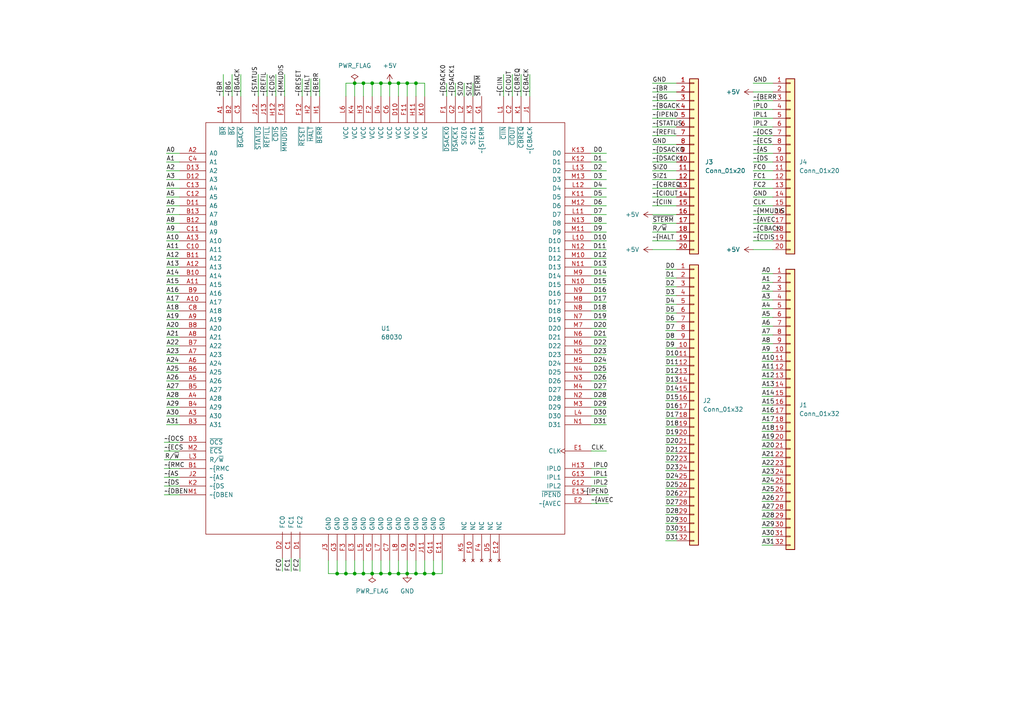
<source format=kicad_sch>
(kicad_sch (version 20230121) (generator eeschema)
  (paper "A4")
  (title_block (title "68030 Breadboard Adaptor") (date "2022-08-18") (rev "v1.0.0"))
  (lib_symbols
    (symbol "68030:68030" (pin_names (offset 1.016))
      (property "Reference" "U" (at 0 -2.54 0))
      (property "Value" "68030" (at 0 2.54 0))
      (symbol "68030_1_0"
        (rectangle (start -52.07 64.77) (end 52.07 -54.61))
      )
      (symbol "68030_1_1"
        (pin input line (at -46.99 72.39 270) (length 7.62) (name "~{BR}") (number "A1"))
        (pin output line (at -59.69 12.7 0) (length 7.62) (name "A17") (number "A10"))
        (pin output line (at -59.69 17.78 0) (length 7.62) (name "A15") (number "A11"))
        (pin output line (at -59.69 22.86 0) (length 7.62) (name "A13") (number "A12"))
        (pin output line (at -59.69 30.48 0) (length 7.62) (name "A10") (number "A13"))
        (pin output line (at -59.69 55.88 0) (length 7.62) (name "A0") (number "A2"))
        (pin output line (at -59.69 -20.32 0) (length 7.62) (name "A30") (number "A3"))
        (pin output line (at -59.69 -15.24 0) (length 7.62) (name "A28") (number "A4"))
        (pin output line (at -59.69 -10.16 0) (length 7.62) (name "A26") (number "A5"))
        (pin output line (at -59.69 -5.08 0) (length 7.62) (name "A24") (number "A6"))
        (pin output line (at -59.69 -2.54 0) (length 7.62) (name "A23") (number "A7"))
        (pin output line (at -59.69 2.54 0) (length 7.62) (name "A21") (number "A8"))
        (pin output line (at -59.69 7.62 0) (length 7.62) (name "A19") (number "A9"))
        (pin output line (at -59.69 -35.56 0) (length 7.62) (name "~{RMC") (number "B1"))
        (pin output line (at -59.69 20.32 0) (length 7.62) (name "A14") (number "B10"))
        (pin output line (at -59.69 25.4 0) (length 7.62) (name "A12") (number "B11"))
        (pin output line (at -59.69 35.56 0) (length 7.62) (name "A8") (number "B12"))
        (pin output line (at -59.69 38.1 0) (length 7.62) (name "A7") (number "B13"))
        (pin output line (at -44.45 72.39 270) (length 7.62) (name "~{BG}") (number "B2"))
        (pin output line (at -59.69 -22.86 0) (length 7.62) (name "A31") (number "B3"))
        (pin output line (at -59.69 -17.78 0) (length 7.62) (name "A29") (number "B4"))
        (pin output line (at -59.69 -12.7 0) (length 7.62) (name "A27") (number "B5"))
        (pin output line (at -59.69 -7.62 0) (length 7.62) (name "A25") (number "B6"))
        (pin output line (at -59.69 0 0) (length 7.62) (name "A22") (number "B7"))
        (pin output line (at -59.69 5.08 0) (length 7.62) (name "A20") (number "B8"))
        (pin output line (at -59.69 15.24 0) (length 7.62) (name "A16") (number "B9"))
        (pin output line (at -27.305 -61.595 90) (length 7.62) (name "FC1") (number "C1"))
        (pin output line (at -59.69 27.94 0) (length 7.62) (name "A11") (number "C10"))
        (pin output line (at -59.69 33.02 0) (length 7.62) (name "A9") (number "C11"))
        (pin output line (at -59.69 43.18 0) (length 7.62) (name "A5") (number "C12"))
        (pin output line (at -59.69 45.72 0) (length 7.62) (name "A4") (number "C13"))
        (pin input line (at 36.83 72.39 270) (length 7.62) (name "~{CIOUT}") (number "C2"))
        (pin input line (at -41.91 72.39 270) (length 7.62) (name "~{BGACK}") (number "C3"))
        (pin output line (at -59.69 53.34 0) (length 7.62) (name "A1") (number "C4"))
        (pin power_in line (at -3.81 -62.23 90) (length 7.62) (name "GND") (number "C5"))
        (pin power_in line (at 1.27 72.39 270) (length 7.62) (name "VCC") (number "C6"))
        (pin power_in line (at 1.27 -62.23 90) (length 7.62) (name "GND") (number "C7"))
        (pin output line (at -59.69 10.16 0) (length 7.62) (name "A18") (number "C8"))
        (pin power_in line (at 8.89 -62.23 90) (length 7.62) (name "GND") (number "C9"))
        (pin output line (at -24.765 -61.595 90) (length 7.62) (name "FC2") (number "D1"))
        (pin power_in line (at 3.81 72.39 270) (length 7.62) (name "VCC") (number "D10"))
        (pin output line (at -59.69 40.64 0) (length 7.62) (name "A6") (number "D11"))
        (pin output line (at -59.69 48.26 0) (length 7.62) (name "A3") (number "D12"))
        (pin output line (at -59.69 50.8 0) (length 7.62) (name "A2") (number "D13"))
        (pin output line (at -29.845 -61.595 90) (length 7.62) (name "FC0") (number "D2"))
        (pin output line (at -59.69 -27.94 0) (length 7.62) (name "~{OCS}") (number "D3"))
        (pin power_in line (at -1.27 72.39 270) (length 7.62) (name "VCC") (number "D4"))
        (pin no_connect line (at 30.48 -62.23 90) (length 7.62) (name "NC") (number "D5"))
        (pin input clock (at 59.69 -30.48 180) (length 7.62) (name "CLK") (number "E1"))
        (pin power_in line (at 16.51 -62.23 90) (length 7.62) (name "GND") (number "E11"))
        (pin no_connect line (at 33.02 -62.23 90) (length 7.62) (name "NC") (number "E12"))
        (pin output line (at 59.69 -43.18 180) (length 7.62) (name "~{IPEND}") (number "E13"))
        (pin input line (at 59.69 -45.72 180) (length 7.62) (name "~{AVEC") (number "E2"))
        (pin power_in line (at -8.89 -62.23 90) (length 7.62) (name "GND") (number "E3"))
        (pin bidirectional line (at 17.78 72.39 270) (length 7.62) (name "~{DSACK0}") (number "F1"))
        (pin no_connect line (at 25.4 -62.23 90) (length 7.62) (name "NC") (number "F10"))
        (pin power_in line (at 6.35 72.39 270) (length 7.62) (name "VCC") (number "F11"))
        (pin input line (at -24.13 72.39 270) (length 7.62) (name "~{RESET}") (number "F12"))
        (pin input line (at -29.21 72.39 270) (length 7.62) (name "~{MMUDIS}") (number "F13"))
        (pin power_in line (at -3.81 72.39 270) (length 7.62) (name "VCC") (number "F2"))
        (pin power_in line (at -11.43 -62.23 90) (length 7.62) (name "GND") (number "F3"))
        (pin no_connect line (at 27.94 -62.23 90) (length 7.62) (name "NC") (number "F4"))
        (pin input line (at 27.94 72.39 270) (length 7.62) (name "~{STERM") (number "G1"))
        (pin power_in line (at 13.97 -62.23 90) (length 7.62) (name "GND") (number "G11"))
        (pin bidirectional line (at 59.69 -40.64 180) (length 7.62) (name "IPL2") (number "G12"))
        (pin bidirectional line (at 59.69 -38.1 180) (length 7.62) (name "IPL1") (number "G13"))
        (pin bidirectional line (at 20.32 72.39 270) (length 7.62) (name "~{DSACK1}") (number "G2"))
        (pin power_in line (at -13.97 -62.23 90) (length 7.62) (name "GND") (number "G3"))
        (pin input line (at -19.05 72.39 270) (length 7.62) (name "~{BERR}") (number "H1"))
        (pin power_in line (at 8.89 72.39 270) (length 7.62) (name "VCC") (number "H11"))
        (pin input line (at -31.75 72.39 270) (length 7.62) (name "~{CDIS}") (number "H12"))
        (pin input line (at 59.69 -35.56 180) (length 7.62) (name "IPL0") (number "H13"))
        (pin bidirectional line (at -21.59 72.39 270) (length 7.62) (name "~{HALT}") (number "H2"))
        (pin power_in line (at -6.35 72.39 270) (length 7.62) (name "VCC") (number "H3"))
        (pin input line (at 41.91 72.39 270) (length 7.62) (name "~{CBACK") (number "J1"))
        (pin power_in line (at 11.43 -62.23 90) (length 7.62) (name "GND") (number "J11"))
        (pin output line (at -36.83 72.39 270) (length 7.62) (name "~{STATUS}") (number "J12"))
        (pin output line (at -34.29 72.39 270) (length 7.62) (name "~{REFILL}") (number "J13"))
        (pin output line (at -59.69 -38.1 0) (length 7.62) (name "~{AS") (number "J2"))
        (pin power_in line (at -16.51 -62.23 90) (length 7.62) (name "GND") (number "J3"))
        (pin output line (at 39.37 72.39 270) (length 7.62) (name "~{CBREQ}") (number "K1"))
        (pin power_in line (at 11.43 72.39 270) (length 7.62) (name "VCC") (number "K10"))
        (pin bidirectional line (at 59.69 43.18 180) (length 7.62) (name "D5") (number "K11"))
        (pin bidirectional line (at 59.69 53.34 180) (length 7.62) (name "D1") (number "K12"))
        (pin bidirectional line (at 59.69 55.88 180) (length 7.62) (name "D0") (number "K13"))
        (pin output line (at -59.69 -40.64 0) (length 7.62) (name "~{DS") (number "K2"))
        (pin output line (at 25.4 72.39 270) (length 7.62) (name "SIZE1") (number "K3"))
        (pin power_in line (at -8.89 72.39 270) (length 7.62) (name "VCC") (number "K4"))
        (pin no_connect line (at 22.86 -62.23 90) (length 7.62) (name "NC") (number "K5"))
        (pin input line (at 34.29 72.39 270) (length 7.62) (name "~{CIIN}") (number "L1"))
        (pin bidirectional line (at 59.69 30.48 180) (length 7.62) (name "D10") (number "L10"))
        (pin bidirectional line (at 59.69 38.1 180) (length 7.62) (name "D7") (number "L11"))
        (pin bidirectional line (at 59.69 45.72 180) (length 7.62) (name "D4") (number "L12"))
        (pin bidirectional line (at 59.69 50.8 180) (length 7.62) (name "D2") (number "L13"))
        (pin output line (at 22.86 72.39 270) (length 7.62) (name "SIZE0") (number "L2"))
        (pin output line (at -59.69 -33.02 0) (length 7.62) (name "R/~{W}") (number "L3"))
        (pin bidirectional line (at 59.69 -20.32 180) (length 7.62) (name "D30") (number "L4"))
        (pin power_in line (at -6.35 -62.23 90) (length 7.62) (name "GND") (number "L5"))
        (pin power_in line (at -11.43 72.39 270) (length 7.62) (name "VCC") (number "L6"))
        (pin power_in line (at -1.27 -62.23 90) (length 7.62) (name "GND") (number "L7"))
        (pin power_in line (at 3.81 -62.23 90) (length 7.62) (name "GND") (number "L8"))
        (pin power_in line (at 6.35 -62.23 90) (length 7.62) (name "GND") (number "L9"))
        (pin output line (at -59.69 -43.18 0) (length 7.62) (name "~{DBEN") (number "M1"))
        (pin bidirectional line (at 59.69 25.4 180) (length 7.62) (name "D12") (number "M10"))
        (pin bidirectional line (at 59.69 33.02 180) (length 7.62) (name "D9") (number "M11"))
        (pin bidirectional line (at 59.69 40.64 180) (length 7.62) (name "D6") (number "M12"))
        (pin bidirectional line (at 59.69 48.26 180) (length 7.62) (name "D3") (number "M13"))
        (pin output line (at -59.69 -30.48 0) (length 7.62) (name "~{ECS}") (number "M2"))
        (pin bidirectional line (at 59.69 -17.78 180) (length 7.62) (name "D29") (number "M3"))
        (pin bidirectional line (at 59.69 -12.7 180) (length 7.62) (name "D27") (number "M4"))
        (pin bidirectional line (at 59.69 -5.08 180) (length 7.62) (name "D24") (number "M5"))
        (pin bidirectional line (at 59.69 0 180) (length 7.62) (name "D22") (number "M6"))
        (pin bidirectional line (at 59.69 5.08 180) (length 7.62) (name "D20") (number "M7"))
        (pin bidirectional line (at 59.69 12.7 180) (length 7.62) (name "D17") (number "M8"))
        (pin bidirectional line (at 59.69 20.32 180) (length 7.62) (name "D14") (number "M9"))
        (pin bidirectional line (at 59.69 -22.86 180) (length 7.62) (name "D31") (number "N1"))
        (pin bidirectional line (at 59.69 17.78 180) (length 7.62) (name "D15") (number "N10"))
        (pin bidirectional line (at 59.69 22.86 180) (length 7.62) (name "D13") (number "N11"))
        (pin bidirectional line (at 59.69 27.94 180) (length 7.62) (name "D11") (number "N12"))
        (pin bidirectional line (at 59.69 35.56 180) (length 7.62) (name "D8") (number "N13"))
        (pin bidirectional line (at 59.69 -15.24 180) (length 7.62) (name "D28") (number "N2"))
        (pin bidirectional line (at 59.69 -10.16 180) (length 7.62) (name "D26") (number "N3"))
        (pin bidirectional line (at 59.69 -7.62 180) (length 7.62) (name "D25") (number "N4"))
        (pin bidirectional line (at 59.69 -2.54 180) (length 7.62) (name "D23") (number "N5"))
        (pin bidirectional line (at 59.69 2.54 180) (length 7.62) (name "D21") (number "N6"))
        (pin bidirectional line (at 59.69 7.62 180) (length 7.62) (name "D19") (number "N7"))
        (pin bidirectional line (at 59.69 10.16 180) (length 7.62) (name "D18") (number "N8"))
        (pin bidirectional line (at 59.69 15.24 180) (length 7.62) (name "D16") (number "N9"))
      )
    )
    (symbol "Connector_Generic:Conn_01x20" (pin_names (offset 1.016) hide)
      (property "Reference" "J" (at 0 25.4 0))
      (property "Value" "Conn_01x20" (at 0 -27.94 0))
      (symbol "Conn_01x20_1_1"
        (rectangle (start -1.27 -25.273) (end 0 -25.527) (stroke (width 0.1524)))
        (rectangle (start -1.27 -22.733) (end 0 -22.987) (stroke (width 0.1524)))
        (rectangle (start -1.27 -20.193) (end 0 -20.447) (stroke (width 0.1524)))
        (rectangle (start -1.27 -17.653) (end 0 -17.907) (stroke (width 0.1524)))
        (rectangle (start -1.27 -15.113) (end 0 -15.367) (stroke (width 0.1524)))
        (rectangle (start -1.27 -12.573) (end 0 -12.827) (stroke (width 0.1524)))
        (rectangle (start -1.27 -10.033) (end 0 -10.287) (stroke (width 0.1524)))
        (rectangle (start -1.27 -7.493) (end 0 -7.747) (stroke (width 0.1524)))
        (rectangle (start -1.27 -4.953) (end 0 -5.207) (stroke (width 0.1524)))
        (rectangle (start -1.27 -2.413) (end 0 -2.667) (stroke (width 0.1524)))
        (rectangle (start -1.27 0.127) (end 0 -0.127) (stroke (width 0.1524)))
        (rectangle (start -1.27 2.667) (end 0 2.413) (stroke (width 0.1524)))
        (rectangle (start -1.27 5.207) (end 0 4.953) (stroke (width 0.1524)))
        (rectangle (start -1.27 7.747) (end 0 7.493) (stroke (width 0.1524)))
        (rectangle (start -1.27 10.287) (end 0 10.033) (stroke (width 0.1524)))
        (rectangle (start -1.27 12.827) (end 0 12.573) (stroke (width 0.1524)))
        (rectangle (start -1.27 15.367) (end 0 15.113) (stroke (width 0.1524)))
        (rectangle (start -1.27 17.907) (end 0 17.653) (stroke (width 0.1524)))
        (rectangle (start -1.27 20.447) (end 0 20.193) (stroke (width 0.1524)))
        (rectangle (start -1.27 22.987) (end 0 22.733) (stroke (width 0.1524)))
        (rectangle (start -1.27 24.13) (end 1.27 -26.67) (stroke (width 0.254)) (fill (type background)))
        (pin passive line (at -5.08 22.86 0) (length 3.81) (name "Pin_1") (number "1"))
        (pin passive line (at -5.08 0 0) (length 3.81) (name "Pin_10") (number "10"))
        (pin passive line (at -5.08 -2.54 0) (length 3.81) (name "Pin_11") (number "11"))
        (pin passive line (at -5.08 -5.08 0) (length 3.81) (name "Pin_12") (number "12"))
        (pin passive line (at -5.08 -7.62 0) (length 3.81) (name "Pin_13") (number "13"))
        (pin passive line (at -5.08 -10.16 0) (length 3.81) (name "Pin_14") (number "14"))
        (pin passive line (at -5.08 -12.7 0) (length 3.81) (name "Pin_15") (number "15"))
        (pin passive line (at -5.08 -15.24 0) (length 3.81) (name "Pin_16") (number "16"))
        (pin passive line (at -5.08 -17.78 0) (length 3.81) (name "Pin_17") (number "17"))
        (pin passive line (at -5.08 -20.32 0) (length 3.81) (name "Pin_18") (number "18"))
        (pin passive line (at -5.08 -22.86 0) (length 3.81) (name "Pin_19") (number "19"))
        (pin passive line (at -5.08 20.32 0) (length 3.81) (name "Pin_2") (number "2"))
        (pin passive line (at -5.08 -25.4 0) (length 3.81) (name "Pin_20") (number "20"))
        (pin passive line (at -5.08 17.78 0) (length 3.81) (name "Pin_3") (number "3"))
        (pin passive line (at -5.08 15.24 0) (length 3.81) (name "Pin_4") (number "4"))
        (pin passive line (at -5.08 12.7 0) (length 3.81) (name "Pin_5") (number "5"))
        (pin passive line (at -5.08 10.16 0) (length 3.81) (name "Pin_6") (number "6"))
        (pin passive line (at -5.08 7.62 0) (length 3.81) (name "Pin_7") (number "7"))
        (pin passive line (at -5.08 5.08 0) (length 3.81) (name "Pin_8") (number "8"))
        (pin passive line (at -5.08 2.54 0) (length 3.81) (name "Pin_9") (number "9"))
      )
    )
    (symbol "Connector_Generic:Conn_01x32" (pin_names (offset 1.016) hide)
      (property "Reference" "J" (at 0 40.64 0))
      (property "Value" "Conn_01x32" (at 0 -43.18 0))
      (symbol "Conn_01x32_1_1"
        (rectangle (start -1.27 -40.513) (end 0 -40.767) (stroke (width 0.1524)))
        (rectangle (start -1.27 -37.973) (end 0 -38.227) (stroke (width 0.1524)))
        (rectangle (start -1.27 -35.433) (end 0 -35.687) (stroke (width 0.1524)))
        (rectangle (start -1.27 -32.893) (end 0 -33.147) (stroke (width 0.1524)))
        (rectangle (start -1.27 -30.353) (end 0 -30.607) (stroke (width 0.1524)))
        (rectangle (start -1.27 -27.813) (end 0 -28.067) (stroke (width 0.1524)))
        (rectangle (start -1.27 -25.273) (end 0 -25.527) (stroke (width 0.1524)))
        (rectangle (start -1.27 -22.733) (end 0 -22.987) (stroke (width 0.1524)))
        (rectangle (start -1.27 -20.193) (end 0 -20.447) (stroke (width 0.1524)))
        (rectangle (start -1.27 -17.653) (end 0 -17.907) (stroke (width 0.1524)))
        (rectangle (start -1.27 -15.113) (end 0 -15.367) (stroke (width 0.1524)))
        (rectangle (start -1.27 -12.573) (end 0 -12.827) (stroke (width 0.1524)))
        (rectangle (start -1.27 -10.033) (end 0 -10.287) (stroke (width 0.1524)))
        (rectangle (start -1.27 -7.493) (end 0 -7.747) (stroke (width 0.1524)))
        (rectangle (start -1.27 -4.953) (end 0 -5.207) (stroke (width 0.1524)))
        (rectangle (start -1.27 -2.413) (end 0 -2.667) (stroke (width 0.1524)))
        (rectangle (start -1.27 0.127) (end 0 -0.127) (stroke (width 0.1524)))
        (rectangle (start -1.27 2.667) (end 0 2.413) (stroke (width 0.1524)))
        (rectangle (start -1.27 5.207) (end 0 4.953) (stroke (width 0.1524)))
        (rectangle (start -1.27 7.747) (end 0 7.493) (stroke (width 0.1524)))
        (rectangle (start -1.27 10.287) (end 0 10.033) (stroke (width 0.1524)))
        (rectangle (start -1.27 12.827) (end 0 12.573) (stroke (width 0.1524)))
        (rectangle (start -1.27 15.367) (end 0 15.113) (stroke (width 0.1524)))
        (rectangle (start -1.27 17.907) (end 0 17.653) (stroke (width 0.1524)))
        (rectangle (start -1.27 20.447) (end 0 20.193) (stroke (width 0.1524)))
        (rectangle (start -1.27 22.987) (end 0 22.733) (stroke (width 0.1524)))
        (rectangle (start -1.27 25.527) (end 0 25.273) (stroke (width 0.1524)))
        (rectangle (start -1.27 28.067) (end 0 27.813) (stroke (width 0.1524)))
        (rectangle (start -1.27 30.607) (end 0 30.353) (stroke (width 0.1524)))
        (rectangle (start -1.27 33.147) (end 0 32.893) (stroke (width 0.1524)))
        (rectangle (start -1.27 35.687) (end 0 35.433) (stroke (width 0.1524)))
        (rectangle (start -1.27 38.227) (end 0 37.973) (stroke (width 0.1524)))
        (rectangle (start -1.27 39.37) (end 1.27 -41.91) (stroke (width 0.254)) (fill (type background)))
        (pin passive line (at -5.08 38.1 0) (length 3.81) (name "Pin_1") (number "1"))
        (pin passive line (at -5.08 15.24 0) (length 3.81) (name "Pin_10") (number "10"))
        (pin passive line (at -5.08 12.7 0) (length 3.81) (name "Pin_11") (number "11"))
        (pin passive line (at -5.08 10.16 0) (length 3.81) (name "Pin_12") (number "12"))
        (pin passive line (at -5.08 7.62 0) (length 3.81) (name "Pin_13") (number "13"))
        (pin passive line (at -5.08 5.08 0) (length 3.81) (name "Pin_14") (number "14"))
        (pin passive line (at -5.08 2.54 0) (length 3.81) (name "Pin_15") (number "15"))
        (pin passive line (at -5.08 0 0) (length 3.81) (name "Pin_16") (number "16"))
        (pin passive line (at -5.08 -2.54 0) (length 3.81) (name "Pin_17") (number "17"))
        (pin passive line (at -5.08 -5.08 0) (length 3.81) (name "Pin_18") (number "18"))
        (pin passive line (at -5.08 -7.62 0) (length 3.81) (name "Pin_19") (number "19"))
        (pin passive line (at -5.08 35.56 0) (length 3.81) (name "Pin_2") (number "2"))
        (pin passive line (at -5.08 -10.16 0) (length 3.81) (name "Pin_20") (number "20"))
        (pin passive line (at -5.08 -12.7 0) (length 3.81) (name "Pin_21") (number "21"))
        (pin passive line (at -5.08 -15.24 0) (length 3.81) (name "Pin_22") (number "22"))
        (pin passive line (at -5.08 -17.78 0) (length 3.81) (name "Pin_23") (number "23"))
        (pin passive line (at -5.08 -20.32 0) (length 3.81) (name "Pin_24") (number "24"))
        (pin passive line (at -5.08 -22.86 0) (length 3.81) (name "Pin_25") (number "25"))
        (pin passive line (at -5.08 -25.4 0) (length 3.81) (name "Pin_26") (number "26"))
        (pin passive line (at -5.08 -27.94 0) (length 3.81) (name "Pin_27") (number "27"))
        (pin passive line (at -5.08 -30.48 0) (length 3.81) (name "Pin_28") (number "28"))
        (pin passive line (at -5.08 -33.02 0) (length 3.81) (name "Pin_29") (number "29"))
        (pin passive line (at -5.08 33.02 0) (length 3.81) (name "Pin_3") (number "3"))
        (pin passive line (at -5.08 -35.56 0) (length 3.81) (name "Pin_30") (number "30"))
        (pin passive line (at -5.08 -38.1 0) (length 3.81) (name "Pin_31") (number "31"))
        (pin passive line (at -5.08 -40.64 0) (length 3.81) (name "Pin_32") (number "32"))
        (pin passive line (at -5.08 30.48 0) (length 3.81) (name "Pin_4") (number "4"))
        (pin passive line (at -5.08 27.94 0) (length 3.81) (name "Pin_5") (number "5"))
        (pin passive line (at -5.08 25.4 0) (length 3.81) (name "Pin_6") (number "6"))
        (pin passive line (at -5.08 22.86 0) (length 3.81) (name "Pin_7") (number "7"))
        (pin passive line (at -5.08 20.32 0) (length 3.81) (name "Pin_8") (number "8"))
        (pin passive line (at -5.08 17.78 0) (length 3.81) (name "Pin_9") (number "9"))
      )
    )
    (symbol "power:+5V" (power) (pin_names (offset 0))
      (property "Value" "+5V" (at 0 3.556 0))
      (symbol "+5V_0_1"
        (polyline (pts (xy -0.762 1.27) (xy 0 2.54)))
        (polyline (pts (xy 0 0) (xy 0 2.54)))
        (polyline (pts (xy 0 2.54) (xy 0.762 1.27)))
      )
      (symbol "+5V_1_1"
        (pin power_in line (at 0 0 90) (length 0) hide (name "+5V") (number "1"))
      )
    )
    (symbol "power:GND" (power) (pin_names (offset 0))
      (property "Value" "GND" (at 0 -3.81 0))
      (symbol "GND_0_1"
        (polyline (pts (xy 0 0) (xy 0 -1.27) (xy 1.27 -1.27) (xy 0 -2.54) (xy -1.27 -1.27) (xy 0 -1.27)))
      )
      (symbol "GND_1_1"
        (pin power_in line (at 0 0 270) (length 0) hide (name "GND") (number "1"))
      )
    )
    (symbol "power:PWR_FLAG" (power) (pin_numbers hide) (pin_names (offset 0) hide)
      (property "Value" "PWR_FLAG" (at 0 3.81 0))
      (symbol "PWR_FLAG_0_0"
        (pin power_out line (at 0 0 90) (length 0) (name "pwr") (number "1"))
      )
      (symbol "PWR_FLAG_0_1"
        (polyline (pts (xy 0 0) (xy 0 1.27) (xy -1.016 1.905) (xy 0 2.54) (xy 1.016 1.905) (xy 0 1.27)))
      )
    )
  )
  (junction (at 100.33 166.37))
  (junction (at 105.41 166.37))
  (junction (at 102.87 24.13))
  (junction (at 97.79 166.37))
  (junction (at 102.87 166.37))
  (junction (at 115.57 166.37))
  (junction (at 115.57 24.13))
  (junction (at 113.03 166.37))
  (junction (at 110.49 166.37))
  (junction (at 110.49 24.13))
  (junction (at 107.95 24.13))
  (junction (at 118.11 166.37))
  (junction (at 123.19 166.37))
  (junction (at 125.73 166.37))
  (junction (at 120.65 166.37))
  (junction (at 113.03 24.13))
  (junction (at 118.11 24.13))
  (junction (at 120.65 24.13))
  (junction (at 107.95 166.37))
  (junction (at 105.41 24.13))
  (wire (pts (xy 193.04 106.045) (xy 196.215 106.045)))
  (wire (pts (xy 193.04 90.805) (xy 196.215 90.805)))
  (wire (pts (xy 134.62 24.13) (xy 134.62 27.94)))
  (wire (pts (xy 220.98 112.395) (xy 224.155 112.395)))
  (wire (pts (xy 218.44 62.23) (xy 224.155 62.23)))
  (wire (pts (xy 220.98 84.455) (xy 224.155 84.455)))
  (wire (pts (xy 118.11 166.37) (xy 120.65 166.37)))
  (wire (pts (xy 102.87 162.56) (xy 102.87 166.37)))
  (wire (pts (xy 171.45 110.49) (xy 175.895 110.49)))
  (wire (pts (xy 153.67 21.59) (xy 153.67 27.94)))
  (wire (pts (xy 52.07 82.55) (xy 48.26 82.55)))
  (wire (pts (xy 110.49 162.56) (xy 110.49 166.37)))
  (wire (pts (xy 220.98 137.795) (xy 224.155 137.795)))
  (wire (pts (xy 220.98 104.775) (xy 224.155 104.775)))
  (wire (pts (xy 218.44 41.91) (xy 224.155 41.91)))
  (wire (pts (xy 171.45 143.51) (xy 176.53 143.51)))
  (wire (pts (xy 171.45 123.19) (xy 175.895 123.19)))
  (wire (pts (xy 218.44 24.13) (xy 224.155 24.13)))
  (wire (pts (xy 193.04 80.645) (xy 196.215 80.645)))
  (wire (pts (xy 171.45 80.01) (xy 175.895 80.01)))
  (wire (pts (xy 47.625 128.27) (xy 52.07 128.27)))
  (wire (pts (xy 193.04 83.185) (xy 196.215 83.185)))
  (wire (pts (xy 220.98 147.955) (xy 224.155 147.955)))
  (wire (pts (xy 171.45 115.57) (xy 175.895 115.57)))
  (wire (pts (xy 220.98 125.095) (xy 224.155 125.095)))
  (wire (pts (xy 171.45 102.87) (xy 175.895 102.87)))
  (wire (pts (xy 220.98 81.915) (xy 224.155 81.915)))
  (wire (pts (xy 171.45 130.81) (xy 175.895 130.81)))
  (wire (pts (xy 193.04 121.285) (xy 196.215 121.285)))
  (wire (pts (xy 146.05 21.59) (xy 146.05 27.94)))
  (wire (pts (xy 52.07 90.17) (xy 48.26 90.17)))
  (wire (pts (xy 171.45 69.85) (xy 175.895 69.85)))
  (wire (pts (xy 52.07 92.71) (xy 48.26 92.71)))
  (wire (pts (xy 52.07 118.11) (xy 48.26 118.11)))
  (wire (pts (xy 171.45 54.61) (xy 175.895 54.61)))
  (wire (pts (xy 220.98 114.935) (xy 224.155 114.935)))
  (wire (pts (xy 220.98 94.615) (xy 224.155 94.615)))
  (wire (pts (xy 110.49 24.13) (xy 110.49 27.94)))
  (wire (pts (xy 189.23 72.39) (xy 196.215 72.39)))
  (wire (pts (xy 171.45 105.41) (xy 175.895 105.41)))
  (wire (pts (xy 220.98 142.875) (xy 224.155 142.875)))
  (wire (pts (xy 189.23 44.45) (xy 196.215 44.45)))
  (wire (pts (xy 171.45 62.23) (xy 175.895 62.23)))
  (wire (pts (xy 189.23 46.99) (xy 196.215 46.99)))
  (wire (pts (xy 47.625 140.97) (xy 52.07 140.97)))
  (wire (pts (xy 86.995 161.925) (xy 86.995 165.735)))
  (wire (pts (xy 193.04 118.745) (xy 196.215 118.745)))
  (wire (pts (xy 189.23 24.13) (xy 196.215 24.13)))
  (wire (pts (xy 220.98 86.995) (xy 224.155 86.995)))
  (wire (pts (xy 171.45 107.95) (xy 175.895 107.95)))
  (wire (pts (xy 95.25 166.37) (xy 97.79 166.37)))
  (wire (pts (xy 220.98 132.715) (xy 224.155 132.715)))
  (wire (pts (xy 193.04 103.505) (xy 196.215 103.505)))
  (wire (pts (xy 110.49 166.37) (xy 113.03 166.37)))
  (wire (pts (xy 64.77 21.59) (xy 64.77 27.94)))
  (wire (pts (xy 218.44 64.77) (xy 224.155 64.77)))
  (wire (pts (xy 171.45 146.05) (xy 176.53 146.05)))
  (wire (pts (xy 105.41 166.37) (xy 107.95 166.37)))
  (wire (pts (xy 189.23 36.83) (xy 196.215 36.83)))
  (wire (pts (xy 171.45 59.69) (xy 175.895 59.69)))
  (wire (pts (xy 171.45 113.03) (xy 175.895 113.03)))
  (wire (pts (xy 220.98 102.235) (xy 224.155 102.235)))
  (wire (pts (xy 120.65 166.37) (xy 123.19 166.37)))
  (wire (pts (xy 171.45 57.15) (xy 175.895 57.15)))
  (wire (pts (xy 82.55 21.59) (xy 82.55 27.94)))
  (wire (pts (xy 171.45 85.09) (xy 175.895 85.09)))
  (wire (pts (xy 105.41 24.13) (xy 105.41 27.94)))
  (wire (pts (xy 115.57 24.13) (xy 118.11 24.13)))
  (wire (pts (xy 171.45 74.93) (xy 175.895 74.93)))
  (wire (pts (xy 132.08 24.13) (xy 132.08 27.94)))
  (wire (pts (xy 107.95 166.37) (xy 110.49 166.37)))
  (wire (pts (xy 218.44 69.85) (xy 224.155 69.85)))
  (wire (pts (xy 193.04 88.265) (xy 196.215 88.265)))
  (wire (pts (xy 102.87 24.13) (xy 105.41 24.13)))
  (wire (pts (xy 218.44 31.75) (xy 224.155 31.75)))
  (wire (pts (xy 100.33 24.13) (xy 100.33 27.94)))
  (wire (pts (xy 107.95 24.13) (xy 110.49 24.13)))
  (wire (pts (xy 102.87 24.13) (xy 102.87 27.94)))
  (wire (pts (xy 171.45 118.11) (xy 175.895 118.11)))
  (wire (pts (xy 137.16 24.13) (xy 137.16 27.94)))
  (wire (pts (xy 171.45 49.53) (xy 175.895 49.53)))
  (wire (pts (xy 92.71 22.86) (xy 92.71 27.94)))
  (wire (pts (xy 97.79 162.56) (xy 97.79 166.37)))
  (wire (pts (xy 218.44 26.67) (xy 224.155 26.67)))
  (wire (pts (xy 69.85 21.59) (xy 69.85 27.94)))
  (wire (pts (xy 189.23 59.69) (xy 196.215 59.69)))
  (wire (pts (xy 171.45 67.31) (xy 175.895 67.31)))
  (wire (pts (xy 97.79 166.37) (xy 100.33 166.37)))
  (wire (pts (xy 100.33 162.56) (xy 100.33 166.37)))
  (wire (pts (xy 220.98 97.155) (xy 224.155 97.155)))
  (wire (pts (xy 220.98 92.075) (xy 224.155 92.075)))
  (wire (pts (xy 52.07 77.47) (xy 48.26 77.47)))
  (wire (pts (xy 193.04 95.885) (xy 196.215 95.885)))
  (wire (pts (xy 220.98 150.495) (xy 224.155 150.495)))
  (wire (pts (xy 52.07 74.93) (xy 48.26 74.93)))
  (wire (pts (xy 218.44 67.31) (xy 224.155 67.31)))
  (wire (pts (xy 171.45 44.45) (xy 175.895 44.45)))
  (wire (pts (xy 100.33 166.37) (xy 102.87 166.37)))
  (wire (pts (xy 113.03 24.13) (xy 113.03 27.94)))
  (wire (pts (xy 193.04 123.825) (xy 196.215 123.825)))
  (wire (pts (xy 120.65 24.13) (xy 123.19 24.13)))
  (wire (pts (xy 107.95 24.13) (xy 107.95 27.94)))
  (wire (pts (xy 193.04 93.345) (xy 196.215 93.345)))
  (wire (pts (xy 220.98 79.375) (xy 224.155 79.375)))
  (wire (pts (xy 171.45 52.07) (xy 175.895 52.07)))
  (wire (pts (xy 52.07 59.69) (xy 48.26 59.69)))
  (wire (pts (xy 47.625 130.81) (xy 52.07 130.81)))
  (wire (pts (xy 220.98 140.335) (xy 224.155 140.335)))
  (wire (pts (xy 171.45 92.71) (xy 175.895 92.71)))
  (wire (pts (xy 47.625 138.43) (xy 52.07 138.43)))
  (wire (pts (xy 90.17 22.86) (xy 90.17 27.94)))
  (wire (pts (xy 107.95 162.56) (xy 107.95 166.37)))
  (wire (pts (xy 110.49 24.13) (xy 113.03 24.13)))
  (wire (pts (xy 220.98 153.035) (xy 224.155 153.035)))
  (wire (pts (xy 123.19 166.37) (xy 125.73 166.37)))
  (wire (pts (xy 189.23 62.23) (xy 196.215 62.23)))
  (wire (pts (xy 193.04 141.605) (xy 196.215 141.605)))
  (wire (pts (xy 52.07 120.65) (xy 48.26 120.65)))
  (wire (pts (xy 102.87 166.37) (xy 105.41 166.37)))
  (wire (pts (xy 218.44 49.53) (xy 224.155 49.53)))
  (wire (pts (xy 193.04 116.205) (xy 196.215 116.205)))
  (wire (pts (xy 105.41 162.56) (xy 105.41 166.37)))
  (wire (pts (xy 189.23 64.77) (xy 196.215 64.77)))
  (wire (pts (xy 128.27 162.56) (xy 128.27 166.37)))
  (wire (pts (xy 47.625 135.89) (xy 52.07 135.89)))
  (wire (pts (xy 218.44 54.61) (xy 224.155 54.61)))
  (wire (pts (xy 218.44 46.99) (xy 224.155 46.99)))
  (wire (pts (xy 52.07 100.33) (xy 48.26 100.33)))
  (wire (pts (xy 52.07 54.61) (xy 48.26 54.61)))
  (wire (pts (xy 74.93 21.59) (xy 74.93 27.94)))
  (wire (pts (xy 193.04 136.525) (xy 196.215 136.525)))
  (wire (pts (xy 218.44 52.07) (xy 224.155 52.07)))
  (wire (pts (xy 123.19 24.13) (xy 123.19 27.94)))
  (wire (pts (xy 115.57 166.37) (xy 118.11 166.37)))
  (wire (pts (xy 148.59 21.59) (xy 148.59 27.94)))
  (wire (pts (xy 52.07 113.03) (xy 48.26 113.03)))
  (wire (pts (xy 218.44 29.21) (xy 224.155 29.21)))
  (wire (pts (xy 189.23 31.75) (xy 196.215 31.75)))
  (wire (pts (xy 189.23 34.29) (xy 196.215 34.29)))
  (wire (pts (xy 220.98 89.535) (xy 224.155 89.535)))
  (wire (pts (xy 189.23 26.67) (xy 196.215 26.67)))
  (wire (pts (xy 218.44 39.37) (xy 224.155 39.37)))
  (wire (pts (xy 218.44 34.29) (xy 224.155 34.29)))
  (wire (pts (xy 220.98 158.115) (xy 224.155 158.115)))
  (wire (pts (xy 220.98 155.575) (xy 224.155 155.575)))
  (wire (pts (xy 193.04 149.225) (xy 196.215 149.225)))
  (wire (pts (xy 189.23 29.21) (xy 196.215 29.21)))
  (wire (pts (xy 193.04 85.725) (xy 196.215 85.725)))
  (wire (pts (xy 193.04 108.585) (xy 196.215 108.585)))
  (wire (pts (xy 118.11 24.13) (xy 118.11 27.94)))
  (wire (pts (xy 125.73 166.37) (xy 128.27 166.37)))
  (wire (pts (xy 189.23 54.61) (xy 196.215 54.61)))
  (wire (pts (xy 52.07 52.07) (xy 48.26 52.07)))
  (wire (pts (xy 220.98 135.255) (xy 224.155 135.255)))
  (wire (pts (xy 52.07 102.87) (xy 48.26 102.87)))
  (wire (pts (xy 113.03 162.56) (xy 113.03 166.37)))
  (wire (pts (xy 220.98 109.855) (xy 224.155 109.855)))
  (wire (pts (xy 52.07 67.31) (xy 48.26 67.31)))
  (wire (pts (xy 220.98 120.015) (xy 224.155 120.015)))
  (wire (pts (xy 220.98 117.475) (xy 224.155 117.475)))
  (wire (pts (xy 220.98 122.555) (xy 224.155 122.555)))
  (wire (pts (xy 87.63 22.86) (xy 87.63 27.94)))
  (wire (pts (xy 52.07 44.45) (xy 48.26 44.45)))
  (wire (pts (xy 52.07 62.23) (xy 48.26 62.23)))
  (wire (pts (xy 52.07 110.49) (xy 48.26 110.49)))
  (wire (pts (xy 189.23 49.53) (xy 196.215 49.53)))
  (wire (pts (xy 171.45 77.47) (xy 175.895 77.47)))
  (wire (pts (xy 118.11 24.13) (xy 120.65 24.13)))
  (wire (pts (xy 77.47 21.59) (xy 77.47 27.94)))
  (wire (pts (xy 67.31 21.59) (xy 67.31 27.94)))
  (wire (pts (xy 113.03 166.37) (xy 115.57 166.37)))
  (wire (pts (xy 47.625 133.35) (xy 52.07 133.35)))
  (wire (pts (xy 115.57 162.56) (xy 115.57 166.37)))
  (wire (pts (xy 193.04 156.845) (xy 196.215 156.845)))
  (wire (pts (xy 171.45 140.97) (xy 175.895 140.97)))
  (wire (pts (xy 189.23 41.91) (xy 196.215 41.91)))
  (wire (pts (xy 193.04 78.105) (xy 196.215 78.105)))
  (wire (pts (xy 52.07 95.25) (xy 48.26 95.25)))
  (wire (pts (xy 220.98 130.175) (xy 224.155 130.175)))
  (wire (pts (xy 171.45 46.99) (xy 175.895 46.99)))
  (wire (pts (xy 218.44 59.69) (xy 224.155 59.69)))
  (wire (pts (xy 52.07 97.79) (xy 48.26 97.79)))
  (wire (pts (xy 81.915 161.925) (xy 81.915 165.735)))
  (wire (pts (xy 115.57 24.13) (xy 115.57 27.94)))
  (wire (pts (xy 171.45 72.39) (xy 175.895 72.39)))
  (wire (pts (xy 189.23 57.15) (xy 196.215 57.15)))
  (wire (pts (xy 193.04 151.765) (xy 196.215 151.765)))
  (wire (pts (xy 193.04 131.445) (xy 196.215 131.445)))
  (wire (pts (xy 52.07 105.41) (xy 48.26 105.41)))
  (wire (pts (xy 171.45 90.17) (xy 175.895 90.17)))
  (wire (pts (xy 171.45 120.65) (xy 175.895 120.65)))
  (wire (pts (xy 171.45 64.77) (xy 175.895 64.77)))
  (wire (pts (xy 100.33 24.13) (xy 102.87 24.13)))
  (wire (pts (xy 52.07 80.01) (xy 48.26 80.01)))
  (wire (pts (xy 52.07 115.57) (xy 48.26 115.57)))
  (wire (pts (xy 47.625 143.51) (xy 52.07 143.51)))
  (wire (pts (xy 113.03 24.13) (xy 115.57 24.13)))
  (wire (pts (xy 193.04 146.685) (xy 196.215 146.685)))
  (wire (pts (xy 171.45 138.43) (xy 175.895 138.43)))
  (wire (pts (xy 189.23 52.07) (xy 196.215 52.07)))
  (wire (pts (xy 193.04 100.965) (xy 196.215 100.965)))
  (wire (pts (xy 52.07 49.53) (xy 48.26 49.53)))
  (wire (pts (xy 189.23 67.31) (xy 196.215 67.31)))
  (wire (pts (xy 218.44 44.45) (xy 224.155 44.45)))
  (wire (pts (xy 52.07 57.15) (xy 48.26 57.15)))
  (wire (pts (xy 52.07 72.39) (xy 48.26 72.39)))
  (wire (pts (xy 193.04 133.985) (xy 196.215 133.985)))
  (wire (pts (xy 171.45 82.55) (xy 175.895 82.55)))
  (wire (pts (xy 218.44 72.39) (xy 224.155 72.39)))
  (wire (pts (xy 120.65 24.13) (xy 120.65 27.94)))
  (wire (pts (xy 220.98 145.415) (xy 224.155 145.415)))
  (wire (pts (xy 52.07 46.99) (xy 48.26 46.99)))
  (wire (pts (xy 52.07 69.85) (xy 48.26 69.85)))
  (wire (pts (xy 52.07 85.09) (xy 48.26 85.09)))
  (wire (pts (xy 105.41 24.13) (xy 107.95 24.13)))
  (wire (pts (xy 193.04 144.145) (xy 196.215 144.145)))
  (wire (pts (xy 220.98 127.635) (xy 224.155 127.635)))
  (wire (pts (xy 80.01 21.59) (xy 80.01 27.94)))
  (wire (pts (xy 171.45 87.63) (xy 175.895 87.63)))
  (wire (pts (xy 220.98 107.315) (xy 224.155 107.315)))
  (wire (pts (xy 218.44 36.83) (xy 224.155 36.83)))
  (wire (pts (xy 193.04 126.365) (xy 196.215 126.365)))
  (wire (pts (xy 193.04 139.065) (xy 196.215 139.065)))
  (wire (pts (xy 123.19 162.56) (xy 123.19 166.37)))
  (wire (pts (xy 95.25 162.56) (xy 95.25 166.37)))
  (wire (pts (xy 52.07 87.63) (xy 48.26 87.63)))
  (wire (pts (xy 52.07 123.19) (xy 48.26 123.19)))
  (wire (pts (xy 125.73 162.56) (xy 125.73 166.37)))
  (wire (pts (xy 52.07 64.77) (xy 48.26 64.77)))
  (wire (pts (xy 171.45 95.25) (xy 175.895 95.25)))
  (wire (pts (xy 193.04 128.905) (xy 196.215 128.905)))
  (wire (pts (xy 189.23 39.37) (xy 196.215 39.37)))
  (wire (pts (xy 220.98 99.695) (xy 224.155 99.695)))
  (wire (pts (xy 120.65 162.56) (xy 120.65 166.37)))
  (wire (pts (xy 193.04 98.425) (xy 196.215 98.425)))
  (wire (pts (xy 218.44 57.15) (xy 224.155 57.15)))
  (wire (pts (xy 193.04 154.305) (xy 196.215 154.305)))
  (wire (pts (xy 52.07 107.95) (xy 48.26 107.95)))
  (wire (pts (xy 193.04 113.665) (xy 196.215 113.665)))
  (wire (pts (xy 118.11 162.56) (xy 118.11 166.37)))
  (wire (pts (xy 84.455 161.925) (xy 84.455 165.735)))
  (wire (pts (xy 129.54 24.13) (xy 129.54 27.94)))
  (wire (pts (xy 193.04 111.125) (xy 196.215 111.125)))
  (wire (pts (xy 171.45 135.89) (xy 175.895 135.89)))
  (wire (pts (xy 171.45 100.33) (xy 175.895 100.33)))
  (wire (pts (xy 151.13 21.59) (xy 151.13 27.94)))
  (wire (pts (xy 189.23 69.85) (xy 196.215 69.85)))
  (wire (pts (xy 171.45 97.79) (xy 175.895 97.79)))
  (label "A25" (at 48.26 107.95 0))
  (label "A23" (at 220.98 137.795 0))
  (label "D20" (at 193.04 128.905 0))
  (label "A18" (at 48.26 90.17 0))
  (label "A10" (at 48.26 69.85 0))
  (label "~{REFIL" (at 189.23 39.37 0))
  (label "D25" (at 172.085 107.95 0))
  (label "~{CIOUT" (at 189.23 57.15 0))
  (label "~{REFIL" (at 77.47 27.94 90))
  (label "D4" (at 193.04 88.265 0))
  (label "D18" (at 193.04 123.825 0))
  (label "D28" (at 172.085 115.57 0))
  (label "~{ECS" (at 218.44 41.91 0))
  (label "D18" (at 172.0286 90.17 0))
  (label "SIZ1" (at 137.16 27.94 90))
  (label "D15" (at 193.04 116.205 0))
  (label "A28" (at 48.26 115.57 0))
  (label "D22" (at 193.04 133.985 0))
  (label "~{DS" (at 218.44 46.99 0))
  (label "R{slash}~{W}" (at 189.23 67.31 0))
  (label "~{ECS" (at 47.625 130.81 0))
  (label "D11" (at 172.0286 72.39 0))
  (label "~{BG" (at 189.23 29.21 0))
  (label "D0" (at 172.085 44.45 0))
  (label "D24" (at 172.085 105.41 0))
  (label "~{DSACK1" (at 132.08 27.94 90))
  (label "A10" (at 220.98 104.775 0))
  (label "~{DSACK0" (at 189.23 44.45 0))
  (label "A27" (at 48.26 113.03 0))
  (label "~{CBACK" (at 153.67 27.94 90))
  (label "D30" (at 193.04 154.305 0))
  (label "D31" (at 193.04 156.845 0))
  (label "D1" (at 172.085 46.99 0))
  (label "GND" (at 189.23 24.13 0))
  (label "SIZ1" (at 189.23 52.07 0))
  (label "D2" (at 193.04 83.185 0))
  (label "D29" (at 172.085 118.11 0))
  (label "FC1" (at 84.455 165.735 90))
  (label "D16" (at 172.085 85.09 0))
  (label "A31" (at 220.98 158.115 0))
  (label "~{BERR" (at 218.44 29.21 0))
  (label "D19" (at 193.04 126.365 0))
  (label "D22" (at 172.085 100.33 0))
  (label "~{CBREQ" (at 189.23 54.61 0))
  (label "A8" (at 48.26 64.77 0))
  (label "D14" (at 193.04 113.665 0))
  (label "~{STATUS" (at 189.23 36.83 0))
  (label "A13" (at 220.98 112.395 0))
  (label "D27" (at 193.04 146.685 0))
  (label "A4" (at 220.98 89.535 0))
  (label "IPL1" (at 172.085 138.43 0))
  (label "A0" (at 220.98 79.375 0))
  (label "~{DSACK0" (at 129.54 27.94 90))
  (label "~{CIOUT" (at 148.59 27.94 90))
  (label "~{AVEC" (at 218.44 64.77 0))
  (label "~{STERM}" (at 189.23 64.77 0))
  (label "A1" (at 220.98 81.915 0))
  (label "A19" (at 220.98 127.635 0))
  (label "D7" (at 193.04 95.885 0))
  (label "D5" (at 172.085 57.15 0))
  (label "A22" (at 48.26 100.33 0))
  (label "~{HALT" (at 90.17 27.94 90))
  (label "D30" (at 172.085 120.65 0))
  (label "D19" (at 172.085 92.71 0))
  (label "D6" (at 172.085 59.69 0))
  (label "A22" (at 220.98 135.255 0))
  (label "D26" (at 172.085 110.49 0))
  (label "~{IPEND" (at 189.23 34.29 0))
  (label "A6" (at 48.26 59.69 0))
  (label "A5" (at 220.98 92.075 0))
  (label "SIZ0" (at 189.23 49.53 0))
  (label "A14" (at 220.98 114.935 0))
  (label "FC1" (at 218.44 52.07 0))
  (label "D0" (at 193.04 78.105 0))
  (label "D14" (at 172.085 80.01 0))
  (label "FC2" (at 86.995 165.735 90))
  (label "A1" (at 48.26 46.99 0))
  (label "D3" (at 193.04 85.725 0))
  (label "D31" (at 172.085 123.19 0))
  (label "GND" (at 218.44 24.13 0))
  (label "A20" (at 48.26 95.25 0))
  (label "A31" (at 48.26 123.19 0))
  (label "~{OCS" (at 218.44 39.37 0))
  (label "A17" (at 220.98 122.555 0))
  (label "D1" (at 193.04 80.645 0))
  (label "~{RESET" (at 87.63 27.94 90))
  (label "~{CDIS" (at 80.01 27.94 90))
  (label "A21" (at 48.26 97.79 0))
  (label "A15" (at 48.26 82.55 0))
  (label "GND" (at 218.44 57.15 0))
  (label "R{slash}~{W}" (at 52.07 133.35 180))
  (label "D3" (at 172.085 52.07 0))
  (label "D17" (at 193.04 121.285 0))
  (label "A19" (at 48.26 92.71 0))
  (label "A23" (at 48.26 102.87 0))
  (label "D11" (at 193.04 106.045 0))
  (label "A6" (at 220.98 94.615 0))
  (label "IPL0" (at 218.44 31.75 0))
  (label "D12" (at 172.085 74.93 0))
  (label "D21" (at 172.085 97.79 0))
  (label "~{OCS" (at 47.625 128.27 0))
  (label "FC0" (at 81.915 165.735 90))
  (label "IPL2" (at 218.44 36.83 0))
  (label "FC2" (at 218.44 54.61 0))
  (label "A15" (at 220.98 117.475 0))
  (label "A9" (at 220.98 102.235 0))
  (label "~{AS" (at 218.44 44.45 0))
  (label "D10" (at 172.085 69.85 0))
  (label "D29" (at 193.04 151.765 0))
  (label "A13" (at 48.26 77.47 0))
  (label "D28" (at 193.04 149.225 0))
  (label "~{BR" (at 64.77 27.94 90))
  (label "A28" (at 220.98 150.495 0))
  (label "D23" (at 172.085 102.87 0))
  (label "A4" (at 48.26 54.61 0))
  (label "A27" (at 220.98 147.955 0))
  (label "~{IPEND" (at 176.53 143.51 180))
  (label "~{STERM}" (at 139.7 27.94 90))
  (label "A26" (at 220.98 145.415 0))
  (label "~{CIIN" (at 189.23 59.69 0))
  (label "D12" (at 193.04 108.585 0))
  (label "A8" (at 220.98 99.695 0))
  (label "A5" (at 48.26 57.15 0))
  (label "D9" (at 193.04 100.965 0))
  (label "D5" (at 193.04 90.805 0))
  (label "A9" (at 48.26 67.31 0))
  (label "D9" (at 172.085 67.31 0))
  (label "D16" (at 193.04 118.745 0))
  (label "A2" (at 48.26 49.53 0))
  (label "A14" (at 48.26 80.01 0))
  (label "~{HALT" (at 189.23 69.85 0))
  (label "D21" (at 193.04 131.445 0))
  (label "A3" (at 220.98 86.995 0))
  (label "D23" (at 193.04 136.525 0))
  (label "A7" (at 220.98 97.155 0))
  (label "SIZ0" (at 134.62 27.94 90))
  (label "A26" (at 48.26 110.49 0))
  (label "A25" (at 220.98 142.875 0))
  (label "A2" (at 220.98 84.455 0))
  (label "A11" (at 220.98 107.315 0))
  (label "FC0" (at 218.44 49.53 0))
  (label "D20" (at 172.085 95.25 0))
  (label "A12" (at 48.26 74.93 0))
  (label "~{CBREQ" (at 151.13 27.94 90))
  (label "~{BGACK" (at 189.23 31.75 0))
  (label "A21" (at 220.98 132.715 0))
  (label "IPL0" (at 172.085 135.89 0))
  (label "D13" (at 193.04 111.125 0))
  (label "~{MMUDIS" (at 82.55 27.94 90))
  (label "D13" (at 172.085 77.47 0))
  (label "A29" (at 220.98 153.035 0))
  (label "~{DBEN" (at 47.625 143.51 0))
  (label "A20" (at 220.98 130.175 0))
  (label "~{CBACK" (at 218.44 67.31 0))
  (label "A24" (at 48.26 105.41 0))
  (label "~{MMUDIS" (at 218.44 62.23 0))
  (label "~{RMC" (at 47.625 135.89 0))
  (label "A0" (at 48.26 44.45 0))
  (label "~{AVEC" (at 171.45 146.05 0))
  (label "D8" (at 172.085 64.77 0))
  (label "~{BG" (at 67.31 27.94 90))
  (label "~{BERR" (at 92.71 27.94 90))
  (label "D17" (at 172.085 87.63 0))
  (label "A30" (at 220.98 155.575 0))
  (label "A16" (at 220.98 120.015 0))
  (label "A18" (at 220.98 125.095 0))
  (label "~{CIIN" (at 146.05 27.94 90))
  (label "D10" (at 193.04 103.505 0))
  (label "~{AS" (at 47.625 138.43 0))
  (label "D2" (at 172.085 49.53 0))
  (label "~{CDIS" (at 218.44 69.85 0))
  (label "D26" (at 193.04 144.145 0))
  (label "A16" (at 48.26 85.09 0))
  (label "D6" (at 193.04 93.345 0))
  (label "A3" (at 48.26 52.07 0))
  (label "D15" (at 172.085 82.55 0))
  (label "A24" (at 220.98 140.335 0))
  (label "~{DS" (at 47.625 140.97 0))
  (label "~{BR" (at 189.23 26.67 0))
  (label "D25" (at 193.04 141.605 0))
  (label "D7" (at 172.085 62.23 0))
  (label "A12" (at 220.98 109.855 0))
  (label "D27" (at 172.085 113.03 0))
  (label "~{BGACK" (at 69.85 27.94 90))
  (label "~{STATUS" (at 74.93 27.94 90))
  (label "A17" (at 48.26 87.63 0))
  (label "D24" (at 193.04 139.065 0))
  (label "GND" (at 189.23 41.91 0))
  (label "D8" (at 193.04 98.425 0))
  (label "A30" (at 48.26 120.65 0))
  (label "A11" (at 48.26 72.39 0))
  (label "IPL2" (at 172.085 140.97 0))
  (label "IPL1" (at 218.44 34.29 0))
  (label "A7" (at 48.26 62.23 0))
  (label "A29" (at 48.26 118.11 0))
  (label "~{DSACK1" (at 189.23 46.99 0))
  (label "CLK" (at 218.44 59.69 0))
  (label "CLK" (at 171.45 130.81 0))
  (label "D4" (at 172.085 54.61 0))
  (symbol (lib_id "Connector_Generic:Conn_01x20") (at 229.235 46.99 0) (unit 1)
    (property "Reference" "J4" (at 231.775 46.9899 0) (effects (justify left)))
    (property "Value" "Conn_01x20" (at 231.775 49.5299 0) (effects (justify left)))
    (property "Footprint" "Connector_PinHeader_2.54mm:PinHeader_1x20_P2.54mm_Vertical" (effects hide))
  )
  (symbol (lib_id "Connector_Generic:Conn_01x20") (at 201.295 46.99 0) (unit 1)
    (property "Reference" "J3" (at 204.47 46.9899 0) (effects (justify left)))
    (property "Value" "Conn_01x20" (at 204.47 49.5299 0) (effects (justify left)))
    (property "Footprint" "Connector_PinHeader_2.54mm:PinHeader_1x20_P2.54mm_Vertical" (effects hide))
  )
  (symbol (lib_id "power:+5V") (at 218.44 72.39 90) (unit 1)
    (property "Reference" "#PWR0102" (effects hide))
    (property "Value" "+5V" (at 214.63 72.3899 90) (effects (justify left)))
  )
  (symbol (lib_id "power:+5V") (at 189.23 62.23 90) (unit 1)
    (property "Reference" "#PWR0103" (effects hide))
    (property "Value" "+5V" (at 185.42 62.2299 90) (effects (justify left)))
  )
  (symbol (lib_id "68030:68030") (at 111.76 100.33 0) (unit 1)
    (property "Reference" "U1" (at 110.49 95.25 0) (effects (justify left)))
    (property "Value" "68030" (at 110.49 97.79 0) (effects (justify left)))
    (property "Footprint" "PGA:PGA128" (effects hide))
  )
  (symbol (lib_id "power:GND") (at 118.11 166.37 0) (unit 1)
    (property "Reference" "#PWR02" (effects hide))
    (property "Value" "GND" (at 118.11 171.45 0))
  )
  (symbol (lib_id "power:+5V") (at 113.03 24.13 0) (unit 1)
    (property "Reference" "#PWR01" (effects hide))
    (property "Value" "+5V" (at 113.03 19.05 0))
  )
  (symbol (lib_id "power:+5V") (at 218.44 26.67 90) (unit 1)
    (property "Reference" "#PWR03" (effects hide))
    (property "Value" "+5V" (at 214.63 26.6699 90) (effects (justify left)))
  )
  (symbol (lib_id "power:PWR_FLAG") (at 102.87 24.13 0) (unit 1)
    (property "Reference" "#FLG0102" (effects hide))
    (property "Value" "PWR_FLAG" (at 102.87 19.05 0))
  )
  (symbol (lib_id "power:PWR_FLAG") (at 107.95 166.37 180) (unit 1)
    (property "Reference" "#FLG0101" (effects hide))
    (property "Value" "PWR_FLAG" (at 107.95 171.45 0))
  )
  (symbol (lib_id "Connector_Generic:Conn_01x32") (at 229.235 117.475 0) (unit 1)
    (property "Reference" "J1" (at 231.775 117.4749 0) (effects (justify left)))
    (property "Value" "Conn_01x32" (at 231.775 120.0149 0) (effects (justify left)))
    (property "Footprint" "Connector_PinHeader_2.54mm:PinHeader_1x32_P2.54mm_Vertical" (effects hide))
  )
  (symbol (lib_id "Connector_Generic:Conn_01x32") (at 201.295 116.205 0) (unit 1)
    (property "Reference" "J2" (at 203.835 116.2049 0) (effects (justify left)))
    (property "Value" "Conn_01x32" (at 203.835 118.7449 0) (effects (justify left)))
    (property "Footprint" "Connector_PinHeader_2.54mm:PinHeader_1x32_P2.54mm_Vertical" (effects hide))
  )
  (symbol (lib_id "power:+5V") (at 189.23 72.39 90) (unit 1)
    (property "Reference" "#PWR0101" (effects hide))
    (property "Value" "+5V" (at 185.42 72.3899 90) (effects (justify left)))
  )
)
</source>
